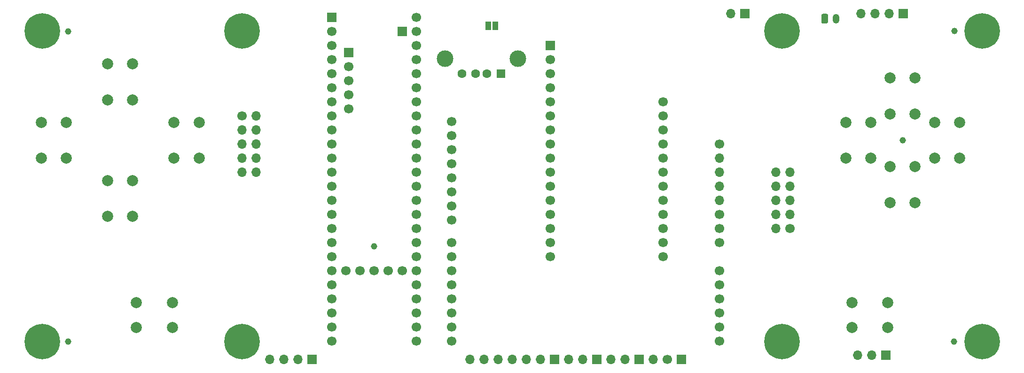
<source format=gbr>
%TF.GenerationSoftware,KiCad,Pcbnew,5.1.9*%
%TF.CreationDate,2021-01-24T16:08:06-08:00*%
%TF.ProjectId,TeensyDisplayShield,5465656e-7379-4446-9973-706c61795368,rev?*%
%TF.SameCoordinates,Original*%
%TF.FileFunction,Soldermask,Bot*%
%TF.FilePolarity,Negative*%
%FSLAX46Y46*%
G04 Gerber Fmt 4.6, Leading zero omitted, Abs format (unit mm)*
G04 Created by KiCad (PCBNEW 5.1.9) date 2021-01-24 16:08:06*
%MOMM*%
%LPD*%
G01*
G04 APERTURE LIST*
%ADD10C,1.152000*%
%ADD11C,1.700000*%
%ADD12O,1.700000X1.700000*%
%ADD13R,1.700000X1.700000*%
%ADD14C,1.600000*%
%ADD15R,1.600000X1.500000*%
%ADD16C,3.000000*%
%ADD17O,1.200000X1.750000*%
%ADD18R,1.000000X1.500000*%
%ADD19C,2.000000*%
%ADD20C,6.400000*%
G04 APERTURE END LIST*
D10*
%TO.C,REF\u002A\u002A*%
X204880000Y-137210000D03*
%TD*%
%TO.C,REF\u002A\u002A*%
X45280000Y-137260000D03*
%TD*%
D11*
%TO.C,A2*%
X114300000Y-134620000D03*
X114300000Y-137160000D03*
X162560000Y-137160000D03*
X162560000Y-134620000D03*
X114300000Y-102620000D03*
X162560000Y-132080000D03*
X114300000Y-105160000D03*
X162560000Y-129540000D03*
X114300000Y-107700000D03*
X162560000Y-127000000D03*
X114300000Y-110240000D03*
X162560000Y-124460000D03*
X114300000Y-112780000D03*
X162560000Y-119380000D03*
X114300000Y-115320000D03*
X162560000Y-116840000D03*
X114300000Y-119380000D03*
X162560000Y-114300000D03*
X114300000Y-121920000D03*
D12*
X162560000Y-111760000D03*
D11*
X114300000Y-124460000D03*
D12*
X162560000Y-109220000D03*
D11*
X114300000Y-127000000D03*
D12*
X162560000Y-106680000D03*
D11*
X114300000Y-129540000D03*
D12*
X162560000Y-104140000D03*
D11*
X114300000Y-132080000D03*
X162560000Y-101600000D03*
X114300000Y-97540000D03*
X114300000Y-100080000D03*
%TD*%
%TO.C,A1*%
X132080000Y-121920000D03*
X132080000Y-119380000D03*
X132080000Y-116840000D03*
X132080000Y-114300000D03*
X132080000Y-111760000D03*
X132080000Y-109220000D03*
X132080000Y-106680000D03*
X132080000Y-104140000D03*
X132080000Y-101600000D03*
X132080000Y-99060000D03*
X132080000Y-96520000D03*
X132080000Y-93980000D03*
X132080000Y-91440000D03*
X132080000Y-88900000D03*
X132080000Y-86360000D03*
D13*
X132080000Y-83820000D03*
D11*
X152400000Y-93980000D03*
X152400000Y-96520000D03*
X152400000Y-99060000D03*
X152400000Y-101600000D03*
X152400000Y-104140000D03*
X152400000Y-106680000D03*
X152400000Y-109220000D03*
X152400000Y-111760000D03*
X152400000Y-114300000D03*
X152400000Y-116840000D03*
X152400000Y-119380000D03*
X152400000Y-121920000D03*
%TD*%
D14*
%TO.C,J2*%
X116190000Y-88900000D03*
X118690000Y-88900000D03*
X120690000Y-88900000D03*
D15*
X123190000Y-88900000D03*
D16*
X113120000Y-86190000D03*
X126260000Y-86190000D03*
%TD*%
D13*
%TO.C,J5*%
X195700000Y-78000000D03*
D12*
X193160000Y-78000000D03*
X190620000Y-78000000D03*
X188080000Y-78000000D03*
%TD*%
%TO.C,J1*%
G36*
G01*
X180950000Y-79575001D02*
X180950000Y-78324999D01*
G75*
G02*
X181199999Y-78075000I249999J0D01*
G01*
X181900001Y-78075000D01*
G75*
G02*
X182150000Y-78324999I0J-249999D01*
G01*
X182150000Y-79575001D01*
G75*
G02*
X181900001Y-79825000I-249999J0D01*
G01*
X181199999Y-79825000D01*
G75*
G02*
X180950000Y-79575001I0J249999D01*
G01*
G37*
D17*
X183550000Y-78950000D03*
%TD*%
D13*
%TO.C,J6*%
X167170000Y-78000000D03*
D12*
X164630000Y-78000000D03*
%TD*%
%TO.C,J3*%
X117602000Y-140440000D03*
X120142000Y-140440000D03*
X122682000Y-140440000D03*
X125222000Y-140440000D03*
X127762000Y-140440000D03*
X130302000Y-140440000D03*
D13*
X132842000Y-140440000D03*
D12*
X135382000Y-140440000D03*
X137922000Y-140440000D03*
D13*
X140462000Y-140440000D03*
D12*
X143002000Y-140440000D03*
X145542000Y-140440000D03*
D13*
X148082000Y-140440000D03*
D12*
X150622000Y-140440000D03*
D11*
X153162000Y-140440000D03*
D13*
X155702000Y-140440000D03*
%TD*%
D18*
%TO.C,JP1*%
X120944000Y-80280000D03*
X122244000Y-80280000D03*
%TD*%
D19*
%TO.C,SW2*%
X197850000Y-89640000D03*
X193350000Y-89640000D03*
X197850000Y-96140000D03*
X193350000Y-96140000D03*
%TD*%
D13*
%TO.C,U2*%
X105410000Y-81280000D03*
D11*
X95760800Y-95199200D03*
X95760800Y-92659200D03*
X95760800Y-90119200D03*
X95760800Y-87579200D03*
D13*
X95760800Y-85039200D03*
D11*
X107950000Y-78740000D03*
X107950000Y-81280000D03*
X107950000Y-83820000D03*
X107950000Y-86360000D03*
X107950000Y-88900000D03*
X107950000Y-91440000D03*
X107950000Y-93980000D03*
X107950000Y-96520000D03*
X107950000Y-99060000D03*
X107950000Y-101600000D03*
X107950000Y-104140000D03*
X107950000Y-106680000D03*
X107950000Y-109220000D03*
X107950000Y-111760000D03*
D13*
X92710000Y-78740000D03*
D11*
X92710000Y-81280000D03*
X92710000Y-83820000D03*
X92710000Y-86360000D03*
X92710000Y-88900000D03*
X92710000Y-91440000D03*
X92710000Y-93980000D03*
X92710000Y-96520000D03*
X92710000Y-99060000D03*
X92710000Y-101600000D03*
X92710000Y-104140000D03*
X92710000Y-106680000D03*
X92710000Y-109220000D03*
X107950000Y-114300000D03*
X107950000Y-116840000D03*
X107950000Y-119380000D03*
X107950000Y-121920000D03*
X107950000Y-124460000D03*
X107950000Y-127000000D03*
X107950000Y-129540000D03*
X107950000Y-132080000D03*
X107950000Y-134620000D03*
X107950000Y-137160000D03*
X92710000Y-137160000D03*
X92710000Y-134620000D03*
X92710000Y-132080000D03*
X92710000Y-129540000D03*
X92710000Y-111760000D03*
X92710000Y-114300000D03*
X92710000Y-116840000D03*
X92710000Y-127000000D03*
X92710000Y-124460000D03*
X92710000Y-121920000D03*
X92710000Y-119380000D03*
X95250000Y-124460000D03*
X97790000Y-124460000D03*
X100330000Y-124460000D03*
X102870000Y-124460000D03*
X105410000Y-124460000D03*
%TD*%
D12*
%TO.C,SW1*%
X187450000Y-139700000D03*
X189990000Y-139700000D03*
D13*
X192530000Y-139700000D03*
%TD*%
D10*
%TO.C,REF\u002A\u002A*%
X195600000Y-100900000D03*
%TD*%
%TO.C,REF\u002A\u002A*%
X204882000Y-81180000D03*
%TD*%
%TO.C,REF\u002A\u002A*%
X100332000Y-120020000D03*
%TD*%
%TO.C,REF\u002A\u002A*%
X45282000Y-81220000D03*
%TD*%
D12*
%TO.C,J4*%
X81542000Y-140440000D03*
X84082000Y-140440000D03*
X86622000Y-140440000D03*
D13*
X89162000Y-140440000D03*
%TD*%
D19*
%TO.C,SW7*%
X64008000Y-134706000D03*
X64008000Y-130206000D03*
X57508000Y-134706000D03*
X57508000Y-130206000D03*
%TD*%
%TO.C,SW6*%
X192936000Y-134706000D03*
X192936000Y-130206000D03*
X186436000Y-134706000D03*
X186436000Y-130206000D03*
%TD*%
%TO.C,SW11*%
X68834000Y-97640000D03*
X64334000Y-97640000D03*
X68834000Y-104140000D03*
X64334000Y-104140000D03*
%TD*%
%TO.C,SW10*%
X56858000Y-87140000D03*
X52358000Y-87140000D03*
X56858000Y-93640000D03*
X52358000Y-93640000D03*
%TD*%
%TO.C,SW9*%
X56858000Y-108140000D03*
X52358000Y-108140000D03*
X56858000Y-114640000D03*
X52358000Y-114640000D03*
%TD*%
%TO.C,SW8*%
X44882000Y-97640000D03*
X40382000Y-97640000D03*
X44882000Y-104140000D03*
X40382000Y-104140000D03*
%TD*%
%TO.C,SW5*%
X185350000Y-104140000D03*
X189850000Y-104140000D03*
X185350000Y-97640000D03*
X189850000Y-97640000D03*
%TD*%
%TO.C,SW4*%
X205850000Y-97640000D03*
X201350000Y-97640000D03*
X205850000Y-104140000D03*
X201350000Y-104140000D03*
%TD*%
%TO.C,SW3*%
X193350000Y-112140000D03*
X197850000Y-112140000D03*
X193350000Y-105640000D03*
X197850000Y-105640000D03*
%TD*%
D11*
%TO.C,J7*%
X175260000Y-116840000D03*
D12*
X172720000Y-116840000D03*
X175260000Y-114300000D03*
X172720000Y-114300000D03*
X175260000Y-111760000D03*
X172720000Y-111760000D03*
X175260000Y-109220000D03*
X172720000Y-109220000D03*
X175260000Y-106680000D03*
X172720000Y-106680000D03*
%TD*%
%TO.C,J8*%
X79100000Y-106680000D03*
X76560000Y-106680000D03*
X79100000Y-104140000D03*
X76560000Y-104140000D03*
X79100000Y-101600000D03*
X76560000Y-101600000D03*
X79100000Y-99060000D03*
X76560000Y-99060000D03*
X79100000Y-96520000D03*
D11*
X76560000Y-96520000D03*
%TD*%
D20*
%TO.C,H1*%
X76560000Y-81200000D03*
%TD*%
%TO.C,H2*%
X173884000Y-81200000D03*
%TD*%
%TO.C,H3*%
X76560000Y-137240000D03*
%TD*%
%TO.C,H4*%
X173884000Y-137240000D03*
%TD*%
%TO.C,H5*%
X209884000Y-81200000D03*
%TD*%
%TO.C,H6*%
X209884000Y-137240000D03*
%TD*%
%TO.C,H7*%
X40560000Y-81200000D03*
%TD*%
%TO.C,H8*%
X40560000Y-137240000D03*
%TD*%
M02*

</source>
